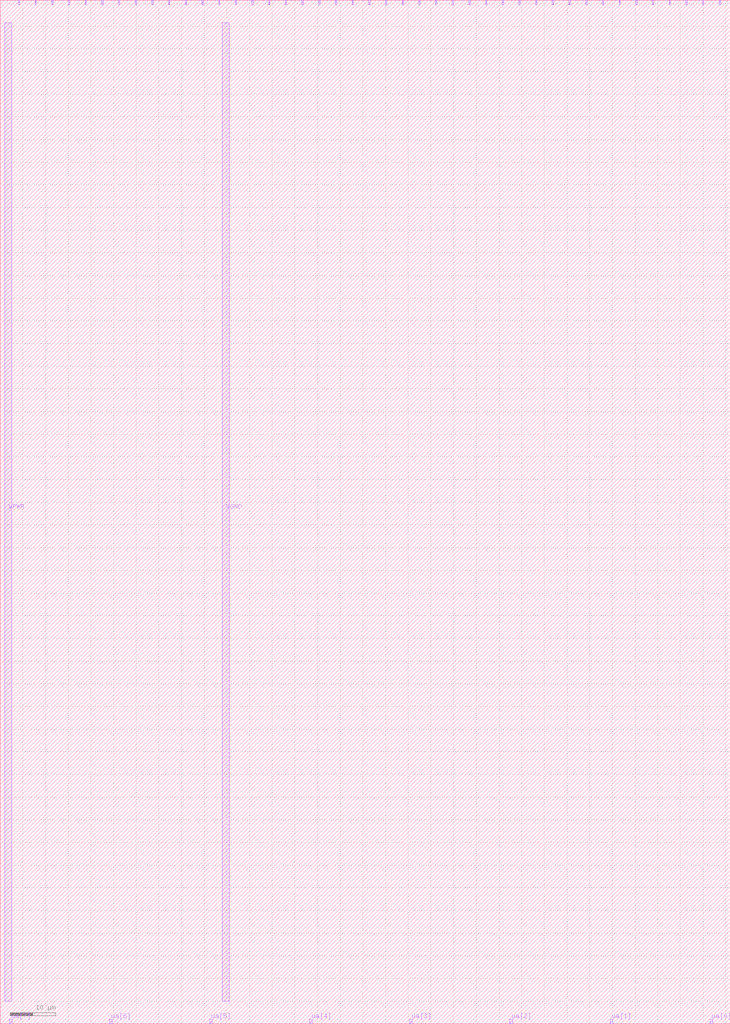
<source format=lef>
VERSION 5.7 ;
  NOWIREEXTENSIONATPIN ON ;
  DIVIDERCHAR "/" ;
  BUSBITCHARS "[]" ;
MACRO tt_um_magic_challenge
  CLASS BLOCK ;
  FOREIGN tt_um_magic_challenge ;
  ORIGIN 0.000 0.000 ;
  SIZE 161.000 BY 225.760 ;
  PIN clk
    DIRECTION INPUT ;
    USE SIGNAL ;
    PORT
      LAYER met4 ;
        RECT 154.870 224.760 155.170 225.760 ;
    END
  END clk
  PIN ena
    DIRECTION INPUT ;
    USE SIGNAL ;
    PORT
      LAYER met4 ;
        RECT 158.550 224.760 158.850 225.760 ;
    END
  END ena
  PIN rst_n
    DIRECTION INPUT ;
    USE SIGNAL ;
    PORT
      LAYER met4 ;
        RECT 151.190 224.760 151.490 225.760 ;
    END
  END rst_n
  PIN ua[0]
    DIRECTION INOUT ;
    USE SIGNAL ;
    PORT
      LAYER met4 ;
        RECT 156.560 0.000 157.160 1.000 ;
    END
  END ua[0]
  PIN ua[1]
    DIRECTION INOUT ;
    USE SIGNAL ;
    PORT
      LAYER met4 ;
        RECT 134.480 0.000 135.080 1.000 ;
    END
  END ua[1]
  PIN ua[2]
    DIRECTION INOUT ;
    USE SIGNAL ;
    PORT
      LAYER met4 ;
        RECT 112.400 0.000 113.000 1.000 ;
    END
  END ua[2]
  PIN ua[3]
    DIRECTION INOUT ;
    USE SIGNAL ;
    PORT
      LAYER met4 ;
        RECT 90.320 0.000 90.920 1.000 ;
    END
  END ua[3]
  PIN ua[4]
    DIRECTION INOUT ;
    USE SIGNAL ;
    PORT
      LAYER met4 ;
        RECT 68.240 0.000 68.840 1.000 ;
    END
  END ua[4]
  PIN ua[5]
    DIRECTION INOUT ;
    USE SIGNAL ;
    PORT
      LAYER met4 ;
        RECT 46.160 0.000 46.760 1.000 ;
    END
  END ua[5]
  PIN ua[6]
    DIRECTION INOUT ;
    USE SIGNAL ;
    PORT
      LAYER met4 ;
        RECT 24.080 0.000 24.680 1.000 ;
    END
  END ua[6]
  PIN ua[7]
    DIRECTION INOUT ;
    USE SIGNAL ;
    PORT
      LAYER met4 ;
        RECT 2.000 0.000 2.600 1.000 ;
    END
  END ua[7]
  PIN ui_in[0]
    DIRECTION INPUT ;
    USE SIGNAL ;
    PORT
      LAYER met4 ;
        RECT 147.510 224.760 147.810 225.760 ;
    END
  END ui_in[0]
  PIN ui_in[1]
    DIRECTION INPUT ;
    USE SIGNAL ;
    PORT
      LAYER met4 ;
        RECT 143.830 224.760 144.130 225.760 ;
    END
  END ui_in[1]
  PIN ui_in[2]
    DIRECTION INPUT ;
    USE SIGNAL ;
    PORT
      LAYER met4 ;
        RECT 140.150 224.760 140.450 225.760 ;
    END
  END ui_in[2]
  PIN ui_in[3]
    DIRECTION INPUT ;
    USE SIGNAL ;
    PORT
      LAYER met4 ;
        RECT 136.470 224.760 136.770 225.760 ;
    END
  END ui_in[3]
  PIN ui_in[4]
    DIRECTION INPUT ;
    USE SIGNAL ;
    PORT
      LAYER met4 ;
        RECT 132.790 224.760 133.090 225.760 ;
    END
  END ui_in[4]
  PIN ui_in[5]
    DIRECTION INPUT ;
    USE SIGNAL ;
    PORT
      LAYER met4 ;
        RECT 129.110 224.760 129.410 225.760 ;
    END
  END ui_in[5]
  PIN ui_in[6]
    DIRECTION INPUT ;
    USE SIGNAL ;
    PORT
      LAYER met4 ;
        RECT 125.430 224.760 125.730 225.760 ;
    END
  END ui_in[6]
  PIN ui_in[7]
    DIRECTION INPUT ;
    USE SIGNAL ;
    PORT
      LAYER met4 ;
        RECT 121.750 224.760 122.050 225.760 ;
    END
  END ui_in[7]
  PIN uio_in[0]
    DIRECTION INPUT ;
    USE SIGNAL ;
    PORT
      LAYER met4 ;
        RECT 118.070 224.760 118.370 225.760 ;
    END
  END uio_in[0]
  PIN uio_in[1]
    DIRECTION INPUT ;
    USE SIGNAL ;
    PORT
      LAYER met4 ;
        RECT 114.390 224.760 114.690 225.760 ;
    END
  END uio_in[1]
  PIN uio_in[2]
    DIRECTION INPUT ;
    USE SIGNAL ;
    PORT
      LAYER met4 ;
        RECT 110.710 224.760 111.010 225.760 ;
    END
  END uio_in[2]
  PIN uio_in[3]
    DIRECTION INPUT ;
    USE SIGNAL ;
    PORT
      LAYER met4 ;
        RECT 107.030 224.760 107.330 225.760 ;
    END
  END uio_in[3]
  PIN uio_in[4]
    DIRECTION INPUT ;
    USE SIGNAL ;
    PORT
      LAYER met4 ;
        RECT 103.350 224.760 103.650 225.760 ;
    END
  END uio_in[4]
  PIN uio_in[5]
    DIRECTION INPUT ;
    USE SIGNAL ;
    PORT
      LAYER met4 ;
        RECT 99.670 224.760 99.970 225.760 ;
    END
  END uio_in[5]
  PIN uio_in[6]
    DIRECTION INPUT ;
    USE SIGNAL ;
    PORT
      LAYER met4 ;
        RECT 95.990 224.760 96.290 225.760 ;
    END
  END uio_in[6]
  PIN uio_in[7]
    DIRECTION INPUT ;
    USE SIGNAL ;
    PORT
      LAYER met4 ;
        RECT 92.310 224.760 92.610 225.760 ;
    END
  END uio_in[7]
  PIN uio_oe[0]
    DIRECTION OUTPUT ;
    USE SIGNAL ;
    PORT
      LAYER met4 ;
        RECT 29.750 224.760 30.050 225.760 ;
    END
  END uio_oe[0]
  PIN uio_oe[1]
    DIRECTION OUTPUT ;
    USE SIGNAL ;
    PORT
      LAYER met4 ;
        RECT 26.070 224.760 26.370 225.760 ;
    END
  END uio_oe[1]
  PIN uio_oe[2]
    DIRECTION OUTPUT ;
    USE SIGNAL ;
    PORT
      LAYER met4 ;
        RECT 22.390 224.760 22.690 225.760 ;
    END
  END uio_oe[2]
  PIN uio_oe[3]
    DIRECTION OUTPUT ;
    USE SIGNAL ;
    PORT
      LAYER met4 ;
        RECT 18.710 224.760 19.010 225.760 ;
    END
  END uio_oe[3]
  PIN uio_oe[4]
    DIRECTION OUTPUT ;
    USE SIGNAL ;
    PORT
      LAYER met4 ;
        RECT 15.030 224.760 15.330 225.760 ;
    END
  END uio_oe[4]
  PIN uio_oe[5]
    DIRECTION OUTPUT ;
    USE SIGNAL ;
    PORT
      LAYER met4 ;
        RECT 11.350 224.760 11.650 225.760 ;
    END
  END uio_oe[5]
  PIN uio_oe[6]
    DIRECTION OUTPUT ;
    USE SIGNAL ;
    PORT
      LAYER met4 ;
        RECT 7.670 224.760 7.970 225.760 ;
    END
  END uio_oe[6]
  PIN uio_oe[7]
    DIRECTION OUTPUT ;
    USE SIGNAL ;
    PORT
      LAYER met4 ;
        RECT 3.990 224.760 4.290 225.760 ;
    END
  END uio_oe[7]
  PIN uio_out[0]
    DIRECTION OUTPUT ;
    USE SIGNAL ;
    PORT
      LAYER met4 ;
        RECT 59.190 224.760 59.490 225.760 ;
    END
  END uio_out[0]
  PIN uio_out[1]
    DIRECTION OUTPUT ;
    USE SIGNAL ;
    PORT
      LAYER met4 ;
        RECT 55.510 224.760 55.810 225.760 ;
    END
  END uio_out[1]
  PIN uio_out[2]
    DIRECTION OUTPUT ;
    USE SIGNAL ;
    PORT
      LAYER met4 ;
        RECT 51.830 224.760 52.130 225.760 ;
    END
  END uio_out[2]
  PIN uio_out[3]
    DIRECTION OUTPUT ;
    USE SIGNAL ;
    PORT
      LAYER met4 ;
        RECT 48.150 224.760 48.450 225.760 ;
    END
  END uio_out[3]
  PIN uio_out[4]
    DIRECTION OUTPUT ;
    USE SIGNAL ;
    PORT
      LAYER met4 ;
        RECT 44.470 224.760 44.770 225.760 ;
    END
  END uio_out[4]
  PIN uio_out[5]
    DIRECTION OUTPUT ;
    USE SIGNAL ;
    PORT
      LAYER met4 ;
        RECT 40.790 224.760 41.090 225.760 ;
    END
  END uio_out[5]
  PIN uio_out[6]
    DIRECTION OUTPUT ;
    USE SIGNAL ;
    PORT
      LAYER met4 ;
        RECT 37.110 224.760 37.410 225.760 ;
    END
  END uio_out[6]
  PIN uio_out[7]
    DIRECTION OUTPUT ;
    USE SIGNAL ;
    PORT
      LAYER met4 ;
        RECT 33.430 224.760 33.730 225.760 ;
    END
  END uio_out[7]
  PIN uo_out[0]
    DIRECTION OUTPUT ;
    USE SIGNAL ;
    PORT
      LAYER met4 ;
        RECT 88.630 224.760 88.930 225.760 ;
    END
  END uo_out[0]
  PIN uo_out[1]
    DIRECTION OUTPUT ;
    USE SIGNAL ;
    PORT
      LAYER met4 ;
        RECT 84.950 224.760 85.250 225.760 ;
    END
  END uo_out[1]
  PIN uo_out[2]
    DIRECTION OUTPUT ;
    USE SIGNAL ;
    PORT
      LAYER met4 ;
        RECT 81.270 224.760 81.570 225.760 ;
    END
  END uo_out[2]
  PIN uo_out[3]
    DIRECTION OUTPUT ;
    USE SIGNAL ;
    PORT
      LAYER met4 ;
        RECT 77.590 224.760 77.890 225.760 ;
    END
  END uo_out[3]
  PIN uo_out[4]
    DIRECTION OUTPUT ;
    USE SIGNAL ;
    PORT
      LAYER met4 ;
        RECT 73.910 224.760 74.210 225.760 ;
    END
  END uo_out[4]
  PIN uo_out[5]
    DIRECTION OUTPUT ;
    USE SIGNAL ;
    PORT
      LAYER met4 ;
        RECT 70.230 224.760 70.530 225.760 ;
    END
  END uo_out[5]
  PIN uo_out[6]
    DIRECTION OUTPUT ;
    USE SIGNAL ;
    PORT
      LAYER met4 ;
        RECT 66.550 224.760 66.850 225.760 ;
    END
  END uo_out[6]
  PIN uo_out[7]
    DIRECTION OUTPUT ;
    USE SIGNAL ;
    PORT
      LAYER met4 ;
        RECT 62.870 224.760 63.170 225.760 ;
    END
  END uo_out[7]
  PIN VPWR
    DIRECTION INOUT ;
    USE POWER ;
    PORT
      LAYER met4 ;
        RECT 1.000 5.000 2.500 220.760 ;
    END
  END VPWR
  PIN VGND
    DIRECTION INOUT ;
    USE GROUND ;
    PORT
      LAYER met4 ;
        RECT 49.000 5.000 50.500 220.760 ;
    END
  END VGND
END tt_um_magic_challenge
END LIBRARY


</source>
